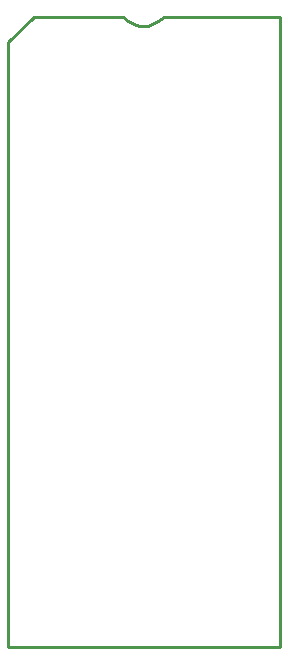
<source format=gko>
G04 Layer: BoardOutlineLayer*
G04 EasyEDA v6.5.22, 2023-01-18 22:18:13*
G04 eba29598cffc45a1a2b09f1bfeec2ae0,7be1179030e74d40a97a3c751b95adb4,10*
G04 Gerber Generator version 0.2*
G04 Scale: 100 percent, Rotated: No, Reflected: No *
G04 Dimensions in millimeters *
G04 leading zeros omitted , absolute positions ,4 integer and 5 decimal *
%FSLAX45Y45*%
%MOMM*%

%ADD10C,0.2540*%
D10*
X1473200Y-1739900D02*
G01*
X1689100Y-1524000D01*
X2439670Y-1524000D01*
X2489200Y-1562100D01*
X2540000Y-1587500D01*
X2578100Y-1600200D01*
X2616200Y-1600200D01*
X2654300Y-1600200D01*
X2692400Y-1587500D01*
X2743200Y-1562100D01*
X2794000Y-1524000D01*
X3644900Y-1524000D01*
X3771900Y-1524000D01*
X3771900Y-1651000D01*
X3771900Y-6757670D01*
X3771900Y-6858000D01*
X3673856Y-6858000D01*
X1612900Y-6858000D01*
X1473200Y-6858000D01*
X1473200Y-6718300D01*
X1473200Y-1739900D01*

%LPD*%
M02*

</source>
